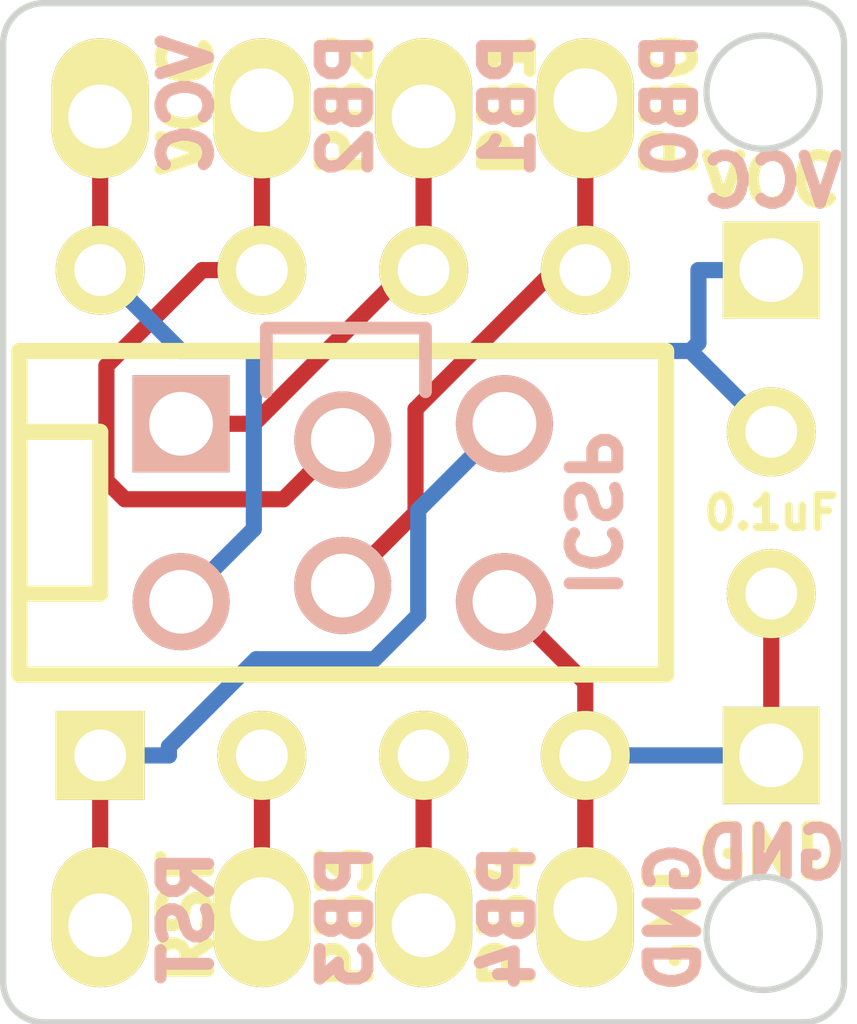
<source format=kicad_pcb>
(kicad_pcb (version 3) (host pcbnew "(2013-07-07 BZR 4022)-stable")

  (general
    (links 18)
    (no_connects 0)
    (area 195.8594 141.6304 214.491711 160.451001)
    (thickness 1.6)
    (drawings 35)
    (tracks 41)
    (zones 0)
    (modules 7)
    (nets 9)
  )

  (page A3)
  (layers
    (15 F.Cu signal)
    (0 B.Cu signal)
    (16 B.Adhes user)
    (17 F.Adhes user)
    (18 B.Paste user)
    (19 F.Paste user)
    (20 B.SilkS user)
    (21 F.SilkS user hide)
    (22 B.Mask user)
    (23 F.Mask user)
    (24 Dwgs.User user hide)
    (25 Cmts.User user hide)
    (26 Eco1.User user hide)
    (27 Eco2.User user hide)
    (28 Edge.Cuts user)
  )

  (setup
    (last_trace_width 0.254)
    (trace_clearance 0.254)
    (zone_clearance 0.508)
    (zone_45_only no)
    (trace_min 0.254)
    (segment_width 0.2)
    (edge_width 0.1)
    (via_size 0.889)
    (via_drill 0.635)
    (via_min_size 0.889)
    (via_min_drill 0.508)
    (uvia_size 0.508)
    (uvia_drill 0.127)
    (uvias_allowed no)
    (uvia_min_size 0.508)
    (uvia_min_drill 0.127)
    (pcb_text_width 0.3)
    (pcb_text_size 1.5 1.5)
    (mod_edge_width 0.15)
    (mod_text_size 1 1)
    (mod_text_width 0.15)
    (pad_size 1.524 1.524)
    (pad_drill 1.00076)
    (pad_to_mask_clearance 0)
    (aux_axis_origin 0 0)
    (visible_elements 7FFFFFCF)
    (pcbplotparams
      (layerselection 284196865)
      (usegerberextensions true)
      (excludeedgelayer true)
      (linewidth 0.150000)
      (plotframeref false)
      (viasonmask false)
      (mode 1)
      (useauxorigin false)
      (hpglpennumber 1)
      (hpglpenspeed 20)
      (hpglpendiameter 15)
      (hpglpenoverlay 2)
      (psnegative false)
      (psa4output false)
      (plotreference true)
      (plotvalue true)
      (plotothertext true)
      (plotinvisibletext false)
      (padsonsilk false)
      (subtractmaskfromsilk false)
      (outputformat 1)
      (mirror false)
      (drillshape 0)
      (scaleselection 1)
      (outputdirectory gerber/))
  )

  (net 0 "")
  (net 1 GND)
  (net 2 MISO)
  (net 3 MOSI)
  (net 4 PB3)
  (net 5 PB4)
  (net 6 RST)
  (net 7 SCK)
  (net 8 VCC)

  (net_class Default "This is the default net class."
    (clearance 0.254)
    (trace_width 0.254)
    (via_dia 0.889)
    (via_drill 0.635)
    (uvia_dia 0.508)
    (uvia_drill 0.127)
    (add_net "")
    (add_net GND)
    (add_net MISO)
    (add_net MOSI)
    (add_net PB3)
    (add_net PB4)
    (add_net RST)
    (add_net SCK)
    (add_net VCC)
  )

  (module pin_strip_4_shifted (layer F.Cu) (tedit 528D619F) (tstamp 5359819E)
    (at 203.2 158.75)
    (descr "Pin strip 4pin")
    (tags "CONN DEV")
    (path /53597F31)
    (fp_text reference P1 (at 0 -2.159) (layer F.SilkS) hide
      (effects (font (size 1.016 1.016) (thickness 0.2032)))
    )
    (fp_text value CONN_4 (at 0.254 -3.556) (layer F.SilkS) hide
      (effects (font (size 1.016 0.889) (thickness 0.2032)))
    )
    (pad 1 thru_hole oval (at -3.81 0.127) (size 1.524 2.19964) (drill 1.00076 (offset 0 -0.127))
      (layers *.Cu *.Mask F.SilkS)
      (net 6 RST)
    )
    (pad 2 thru_hole oval (at -1.27 -0.127) (size 1.524 2.19964) (drill 1.00076 (offset 0 0.127))
      (layers *.Cu *.Mask F.SilkS)
      (net 4 PB3)
    )
    (pad 3 thru_hole oval (at 1.27 0.127) (size 1.524 2.19964) (drill 1.00076 (offset 0 -0.127))
      (layers *.Cu *.Mask F.SilkS)
      (net 5 PB4)
    )
    (pad 4 thru_hole oval (at 3.81 -0.127) (size 1.524 2.19964) (drill 1.00076 (offset 0 0.127))
      (layers *.Cu *.Mask F.SilkS)
      (net 1 GND)
    )
    (model walter/pin_strip/pin_strip_4.wrl
      (at (xyz 0 0 0))
      (scale (xyz 1 1 1))
      (rotate (xyz 0 0 0))
    )
  )

  (module DIP-8__300 (layer F.Cu) (tedit 535985E8) (tstamp 535981C3)
    (at 203.2 152.4)
    (descr "8 pins DIL package, round pads")
    (tags DIL)
    (path /53597C70)
    (fp_text reference IC1 (at -6.35 0 90) (layer F.SilkS) hide
      (effects (font (size 1.27 1.143) (thickness 0.2032)))
    )
    (fp_text value ATTINY85-P (at 0 0) (layer F.SilkS) hide
      (effects (font (size 1.27 1.016) (thickness 0.2032)))
    )
    (fp_line (start -5.08 -1.27) (end -3.81 -1.27) (layer F.SilkS) (width 0.254))
    (fp_line (start -3.81 -1.27) (end -3.81 1.27) (layer F.SilkS) (width 0.254))
    (fp_line (start -3.81 1.27) (end -5.08 1.27) (layer F.SilkS) (width 0.254))
    (fp_line (start -5.08 -2.54) (end 5.08 -2.54) (layer F.SilkS) (width 0.254))
    (fp_line (start 5.08 -2.54) (end 5.08 2.54) (layer F.SilkS) (width 0.254))
    (fp_line (start 5.08 2.54) (end -5.08 2.54) (layer F.SilkS) (width 0.254))
    (fp_line (start -5.08 2.54) (end -5.08 -2.54) (layer F.SilkS) (width 0.254))
    (pad 1 thru_hole rect (at -3.81 3.81) (size 1.397 1.397) (drill 0.8128)
      (layers *.Cu *.Mask F.SilkS)
      (net 6 RST)
    )
    (pad 2 thru_hole circle (at -1.27 3.81) (size 1.397 1.397) (drill 0.8128)
      (layers *.Cu *.Mask F.SilkS)
      (net 4 PB3)
    )
    (pad 3 thru_hole circle (at 1.27 3.81) (size 1.397 1.397) (drill 0.8128)
      (layers *.Cu *.Mask F.SilkS)
      (net 5 PB4)
    )
    (pad 4 thru_hole circle (at 3.81 3.81) (size 1.397 1.397) (drill 0.8128)
      (layers *.Cu *.Mask F.SilkS)
      (net 1 GND)
    )
    (pad 5 thru_hole circle (at 3.81 -3.81) (size 1.397 1.397) (drill 0.8128)
      (layers *.Cu *.Mask F.SilkS)
      (net 3 MOSI)
    )
    (pad 6 thru_hole circle (at 1.27 -3.81) (size 1.397 1.397) (drill 0.8128)
      (layers *.Cu *.Mask F.SilkS)
      (net 2 MISO)
    )
    (pad 7 thru_hole circle (at -1.27 -3.81) (size 1.397 1.397) (drill 0.8128)
      (layers *.Cu *.Mask F.SilkS)
      (net 7 SCK)
    )
    (pad 8 thru_hole circle (at -3.81 -3.81) (size 1.397 1.397) (drill 0.8128)
      (layers *.Cu *.Mask F.SilkS)
      (net 8 VCC)
    )
    (model dil/dil_8.wrl
      (at (xyz 0 0 0))
      (scale (xyz 1 1 1))
      (rotate (xyz 0 0 0))
    )
  )

  (module pin_strip_4_shifted (layer F.Cu) (tedit 528D619F) (tstamp 535981A6)
    (at 203.2 146.05)
    (descr "Pin strip 4pin")
    (tags "CONN DEV")
    (path /53597F3E)
    (fp_text reference P2 (at 0 -2.159) (layer F.SilkS) hide
      (effects (font (size 1.016 1.016) (thickness 0.2032)))
    )
    (fp_text value CONN_4 (at 0.254 -3.556) (layer F.SilkS) hide
      (effects (font (size 1.016 0.889) (thickness 0.2032)))
    )
    (pad 1 thru_hole oval (at -3.81 0.127) (size 1.524 2.19964) (drill 1.00076 (offset 0 -0.127))
      (layers *.Cu *.Mask F.SilkS)
      (net 8 VCC)
    )
    (pad 2 thru_hole oval (at -1.27 -0.127) (size 1.524 2.19964) (drill 1.00076 (offset 0 0.127))
      (layers *.Cu *.Mask F.SilkS)
      (net 7 SCK)
    )
    (pad 3 thru_hole oval (at 1.27 0.127) (size 1.524 2.19964) (drill 1.00076 (offset 0 -0.127))
      (layers *.Cu *.Mask F.SilkS)
      (net 2 MISO)
    )
    (pad 4 thru_hole oval (at 3.81 -0.127) (size 1.524 2.19964) (drill 1.00076 (offset 0 0.127))
      (layers *.Cu *.Mask F.SilkS)
      (net 3 MOSI)
    )
    (model walter/pin_strip/pin_strip_4.wrl
      (at (xyz 0 0 0))
      (scale (xyz 1 1 1))
      (rotate (xyz 0 0 0))
    )
  )

  (module ICSP_shifted_pads (layer B.Cu) (tedit 528D6071) (tstamp 535981B0)
    (at 203.2 152.4)
    (descr "Pin strip 3x2pin")
    (tags "CONN DEV")
    (path /53597DA7)
    (fp_text reference J1 (at 0 3.81) (layer B.SilkS) hide
      (effects (font (size 1.016 1.016) (thickness 0.2032)) (justify mirror))
    )
    (fp_text value ICSP (at 0 5.08) (layer B.SilkS) hide
      (effects (font (size 1.016 0.889) (thickness 0.2032)) (justify mirror))
    )
    (pad 1 thru_hole rect (at -2.54 -1.397) (size 1.524 1.524) (drill 1.00076)
      (layers *.Cu *.Mask B.SilkS)
      (net 2 MISO)
    )
    (pad 2 thru_hole circle (at -2.54 1.397) (size 1.524 1.524) (drill 1.00076)
      (layers *.Cu *.Mask B.SilkS)
      (net 8 VCC)
    )
    (pad 3 thru_hole circle (at 0 -1.143) (size 1.524 1.524) (drill 1.00076)
      (layers *.Cu *.Mask B.SilkS)
      (net 7 SCK)
    )
    (pad 4 thru_hole circle (at 0 1.143) (size 1.524 1.524) (drill 1.00076)
      (layers *.Cu *.Mask B.SilkS)
      (net 3 MOSI)
    )
    (pad 5 thru_hole circle (at 2.54 -1.397) (size 1.524 1.524) (drill 1.00076)
      (layers *.Cu *.Mask B.SilkS)
      (net 6 RST)
    )
    (pad 6 thru_hole circle (at 2.54 1.397) (size 1.524 1.524) (drill 1.00076)
      (layers *.Cu *.Mask B.SilkS)
      (net 1 GND)
    )
    (model walter/pin_strip/pin_strip_3x2.wrl
      (at (xyz 0 0 0))
      (scale (xyz 1 1 1))
      (rotate (xyz 0 0 0))
    )
  )

  (module ML_1pin (layer F.Cu) (tedit 53598563) (tstamp 535D42CE)
    (at 209.931 148.59)
    (descr "Pin strip 1pin")
    (tags "CONN DEV")
    (path /53598420)
    (fp_text reference P3 (at 0 -2.159) (layer F.SilkS) hide
      (effects (font (size 1.016 1.016) (thickness 0.2032)))
    )
    (fp_text value HEADER_1 (at 0.254 -3.556) (layer F.SilkS) hide
      (effects (font (size 1.016 0.889) (thickness 0.2032)))
    )
    (pad 1 thru_hole rect (at 0 0) (size 1.524 1.524) (drill 1.00076)
      (layers *.Cu *.Mask F.SilkS)
      (net 8 VCC)
    )
    (model walter/pin_strip/pin_strip_1.wrl
      (at (xyz 0 0 0))
      (scale (xyz 1 1 1))
      (rotate (xyz 0 0 0))
    )
  )

  (module ML_1pin (layer F.Cu) (tedit 53598569) (tstamp 535D42D4)
    (at 209.931 156.21)
    (descr "Pin strip 1pin")
    (tags "CONN DEV")
    (path /5359842D)
    (fp_text reference P4 (at 0 -2.159) (layer F.SilkS) hide
      (effects (font (size 1.016 1.016) (thickness 0.2032)))
    )
    (fp_text value HEADER_1 (at 0.254 -3.556) (layer F.SilkS) hide
      (effects (font (size 1.016 0.889) (thickness 0.2032)))
    )
    (pad 1 thru_hole rect (at 0 0) (size 1.524 1.524) (drill 1.00076)
      (layers *.Cu *.Mask F.SilkS)
      (net 1 GND)
    )
    (model walter/pin_strip/pin_strip_1.wrl
      (at (xyz 0 0 0))
      (scale (xyz 1 1 1))
      (rotate (xyz 0 0 0))
    )
  )

  (module C1_noborder (layer F.Cu) (tedit 528D6B01) (tstamp 535981CE)
    (at 209.931 152.4 270)
    (descr "Condensateur e = 1 pas")
    (tags C)
    (path /53597CBC)
    (fp_text reference C1 (at 0.254 -2.286 270) (layer F.SilkS) hide
      (effects (font (size 1.016 1.016) (thickness 0.2032)))
    )
    (fp_text value 0.1uF (at 0 -2.286 270) (layer F.SilkS) hide
      (effects (font (size 1.016 1.016) (thickness 0.2032)))
    )
    (pad 1 thru_hole circle (at -1.27 0 270) (size 1.397 1.397) (drill 0.8128)
      (layers *.Cu *.Mask F.SilkS)
      (net 8 VCC)
    )
    (pad 2 thru_hole circle (at 1.27 0 270) (size 1.397 1.397) (drill 0.8128)
      (layers *.Cu *.Mask F.SilkS)
      (net 1 GND)
    )
    (model discret/capa_1_pas.wrl
      (at (xyz 0 0 0))
      (scale (xyz 1 1 1))
      (rotate (xyz 0 0 0))
    )
  )

  (gr_line (start 204.5 149.5) (end 204.5 150.5) (angle 90) (layer B.SilkS) (width 0.2))
  (gr_line (start 202 149.5) (end 204.5 149.5) (angle 90) (layer B.SilkS) (width 0.2))
  (gr_line (start 202 150.5) (end 202 149.5) (angle 90) (layer B.SilkS) (width 0.2))
  (gr_text ICSP (at 207.1 152.4 270) (layer B.SilkS)
    (effects (font (size 0.75 0.75) (thickness 0.1875)) (justify mirror))
  )
  (gr_text GND (at 209.95 157.75) (layer B.SilkS)
    (effects (font (size 0.75 0.75) (thickness 0.18)) (justify mirror))
  )
  (gr_text VCC (at 209.95 147.2) (layer B.SilkS)
    (effects (font (size 0.75 0.75) (thickness 0.18)) (justify mirror))
  )
  (gr_text PB0 (at 208.35 146 90) (layer B.SilkS)
    (effects (font (size 0.75 0.75) (thickness 0.1875)) (justify mirror))
  )
  (gr_text PB1 (at 205.8 146 90) (layer B.SilkS)
    (effects (font (size 0.75 0.75) (thickness 0.1875)) (justify mirror))
  )
  (gr_text PB2 (at 203.25 146 90) (layer B.SilkS)
    (effects (font (size 0.75 0.75) (thickness 0.1875)) (justify mirror))
  )
  (gr_text VCC (at 200.75 146 90) (layer B.SilkS)
    (effects (font (size 0.75 0.75) (thickness 0.1875)) (justify mirror))
  )
  (gr_text GND (at 208.4 158.75 90) (layer B.SilkS)
    (effects (font (size 0.75 0.75) (thickness 0.1875)) (justify mirror))
  )
  (gr_text PB4 (at 205.8 158.75 90) (layer B.SilkS)
    (effects (font (size 0.75 0.75) (thickness 0.1875)) (justify mirror))
  )
  (gr_text PB3 (at 203.25 158.75 90) (layer B.SilkS)
    (effects (font (size 0.75 0.75) (thickness 0.1875)) (justify mirror))
  )
  (gr_text RST (at 200.75 158.75 90) (layer B.SilkS)
    (effects (font (size 0.75 0.75) (thickness 0.1875)) (justify mirror))
  )
  (gr_text GND (at 208.4 158.75 90) (layer F.SilkS)
    (effects (font (size 0.75 0.75) (thickness 0.1875)))
  )
  (gr_text PB4 (at 205.8 158.75 90) (layer F.SilkS)
    (effects (font (size 0.75 0.75) (thickness 0.1875)))
  )
  (gr_text PB3 (at 203.25 158.75 90) (layer F.SilkS)
    (effects (font (size 0.75 0.75) (thickness 0.1875)))
  )
  (gr_text RST (at 200.75 158.75 90) (layer F.SilkS)
    (effects (font (size 0.75 0.75) (thickness 0.1875)))
  )
  (gr_text PB0 (at 208.35 146 90) (layer F.SilkS)
    (effects (font (size 0.75 0.75) (thickness 0.1875)))
  )
  (gr_text PB1 (at 205.8 146 90) (layer F.SilkS)
    (effects (font (size 0.75 0.75) (thickness 0.1875)))
  )
  (gr_text PB2 (at 203.25 146 90) (layer F.SilkS)
    (effects (font (size 0.75 0.75) (thickness 0.1875)))
  )
  (gr_circle (center 209.804 159.004) (end 210.693 159.004) (layer Edge.Cuts) (width 0.1))
  (gr_circle (center 209.804 145.796) (end 210.693 145.796) (layer Edge.Cuts) (width 0.1))
  (gr_arc (start 198.501 159.766) (end 198.501 160.401) (angle 90) (layer Edge.Cuts) (width 0.1))
  (gr_arc (start 210.439 159.766) (end 211.074 159.766) (angle 90) (layer Edge.Cuts) (width 0.1))
  (gr_arc (start 210.439 145.034) (end 210.439 144.399) (angle 90) (layer Edge.Cuts) (width 0.1))
  (gr_arc (start 198.501 145.034) (end 197.866 145.034) (angle 90) (layer Edge.Cuts) (width 0.1))
  (gr_line (start 210.439 160.401) (end 198.501 160.401) (angle 90) (layer Edge.Cuts) (width 0.1) (tstamp 536131D9))
  (gr_line (start 211.074 145.034) (end 211.074 159.766) (angle 90) (layer Edge.Cuts) (width 0.1))
  (gr_line (start 198.501 144.399) (end 210.439 144.399) (angle 90) (layer Edge.Cuts) (width 0.1))
  (gr_line (start 197.866 159.766) (end 197.866 145.034) (angle 90) (layer Edge.Cuts) (width 0.1))
  (gr_text VCC (at 200.75 146 90) (layer F.SilkS)
    (effects (font (size 0.75 0.75) (thickness 0.1875)))
  )
  (gr_text GND (at 209.931 157.734) (layer F.SilkS)
    (effects (font (size 0.75 0.75) (thickness 0.18)))
  )
  (gr_text VCC (at 209.931 147.193) (layer F.SilkS)
    (effects (font (size 0.75 0.75) (thickness 0.18)))
  )
  (gr_text 0.1uF (at 209.931 152.4) (layer F.SilkS)
    (effects (font (size 0.5 0.5) (thickness 0.125)))
  )

  (segment (start 209.931 153.67) (end 209.931 156.21) (width 0.254) (layer F.Cu) (net 1))
  (segment (start 209.931 156.21) (end 207.01 156.21) (width 0.254) (layer B.Cu) (net 1))
  (segment (start 207.01 155.067) (end 207.01 156.21) (width 0.254) (layer F.Cu) (net 1))
  (segment (start 205.74 153.797) (end 207.01 155.067) (width 0.254) (layer F.Cu) (net 1))
  (segment (start 207.01 156.21) (end 207.01 158.623) (width 0.254) (layer F.Cu) (net 1))
  (segment (start 204.47 148.59) (end 204.47 146.177) (width 0.254) (layer F.Cu) (net 2))
  (segment (start 204.2163 148.59) (end 204.47 148.59) (width 0.254) (layer F.Cu) (net 2))
  (segment (start 201.8033 151.003) (end 204.2163 148.59) (width 0.254) (layer F.Cu) (net 2))
  (segment (start 200.66 151.003) (end 201.8033 151.003) (width 0.254) (layer F.Cu) (net 2))
  (segment (start 207.01 148.59) (end 207.01 145.923) (width 0.254) (layer F.Cu) (net 3))
  (segment (start 206.5267 148.59) (end 207.01 148.59) (width 0.254) (layer F.Cu) (net 3))
  (segment (start 204.3434 150.7733) (end 206.5267 148.59) (width 0.254) (layer F.Cu) (net 3))
  (segment (start 204.3434 152.3996) (end 204.3434 150.7733) (width 0.254) (layer F.Cu) (net 3))
  (segment (start 203.2 153.543) (end 204.3434 152.3996) (width 0.254) (layer F.Cu) (net 3))
  (segment (start 201.93 156.21) (end 201.93 158.623) (width 0.254) (layer F.Cu) (net 4))
  (segment (start 204.47 156.21) (end 204.47 158.877) (width 0.254) (layer F.Cu) (net 5))
  (segment (start 200.4698 156.0694) (end 200.4698 156.21) (width 0.254) (layer B.Cu) (net 6))
  (segment (start 201.8396 154.6996) (end 200.4698 156.0694) (width 0.254) (layer B.Cu) (net 6))
  (segment (start 203.6973 154.6996) (end 201.8396 154.6996) (width 0.254) (layer B.Cu) (net 6))
  (segment (start 204.3854 154.0115) (end 203.6973 154.6996) (width 0.254) (layer B.Cu) (net 6))
  (segment (start 204.3854 152.3576) (end 204.3854 154.0115) (width 0.254) (layer B.Cu) (net 6))
  (segment (start 205.74 151.003) (end 204.3854 152.3576) (width 0.254) (layer B.Cu) (net 6))
  (segment (start 199.39 156.21) (end 200.4698 156.21) (width 0.254) (layer B.Cu) (net 6))
  (segment (start 199.39 156.21) (end 199.39 158.877) (width 0.254) (layer F.Cu) (net 6))
  (segment (start 201.93 145.923) (end 201.93 148.59) (width 0.254) (layer F.Cu) (net 7))
  (segment (start 200.9909 148.59) (end 201.93 148.59) (width 0.254) (layer F.Cu) (net 7))
  (segment (start 199.4875 150.0934) (end 200.9909 148.59) (width 0.254) (layer F.Cu) (net 7))
  (segment (start 199.4875 151.8997) (end 199.4875 150.0934) (width 0.254) (layer F.Cu) (net 7))
  (segment (start 199.7762 152.1884) (end 199.4875 151.8997) (width 0.254) (layer F.Cu) (net 7))
  (segment (start 202.2686 152.1884) (end 199.7762 152.1884) (width 0.254) (layer F.Cu) (net 7))
  (segment (start 203.2 151.257) (end 202.2686 152.1884) (width 0.254) (layer F.Cu) (net 7))
  (segment (start 199.39 148.59) (end 199.39 146.177) (width 0.254) (layer F.Cu) (net 8))
  (segment (start 201.8034 152.6536) (end 201.8034 149.8596) (width 0.254) (layer B.Cu) (net 8))
  (segment (start 200.66 153.797) (end 201.8034 152.6536) (width 0.254) (layer B.Cu) (net 8))
  (segment (start 200.6596 149.8596) (end 199.39 148.59) (width 0.254) (layer B.Cu) (net 8))
  (segment (start 201.8034 149.8596) (end 200.6596 149.8596) (width 0.254) (layer B.Cu) (net 8))
  (segment (start 209.931 148.59) (end 208.7877 148.59) (width 0.254) (layer B.Cu) (net 8))
  (segment (start 208.7877 149.7325) (end 208.7877 148.59) (width 0.254) (layer B.Cu) (net 8))
  (segment (start 208.6606 149.8596) (end 208.7877 149.7325) (width 0.254) (layer B.Cu) (net 8))
  (segment (start 209.931 151.13) (end 208.6606 149.8596) (width 0.254) (layer B.Cu) (net 8))
  (segment (start 208.6606 149.8596) (end 201.8034 149.8596) (width 0.254) (layer B.Cu) (net 8))

)

</source>
